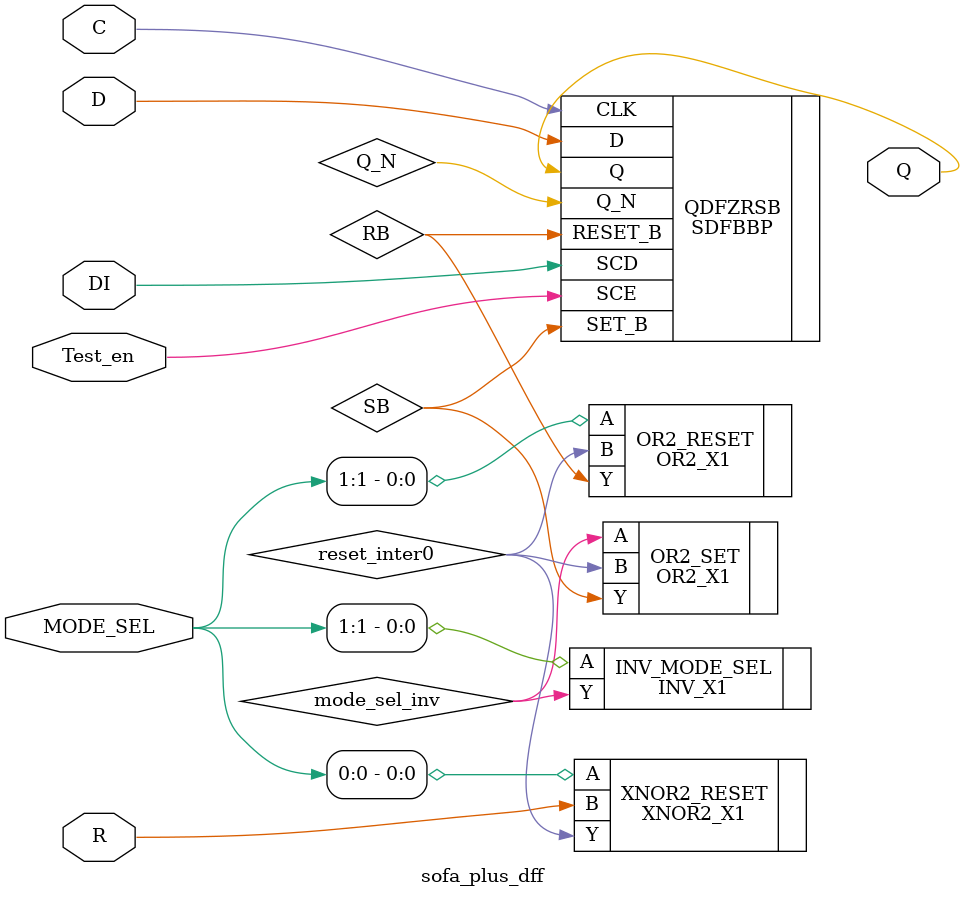
<source format=v>


module sofa_plus_dff
(
  input D,
  input DI,
  input C,
  input Test_en,
  input R,
  input [0:1] MODE_SEL,
  output Q
);

  wire reset_inter0;
  wire mode_sel_inv;
  wire Q_N;

  XNOR2_X1
  XNOR2_RESET
  (
    .A(MODE_SEL[0]),
    .B(R),
    .Y(reset_inter0)
  );


  OR2_X1
  OR2_RESET
  (
    .A(MODE_SEL[1]),
    .B(reset_inter0),
    .Y(RB)
  );


  INV_X1
  INV_MODE_SEL
  (
    .A(MODE_SEL[1]),
    .Y(mode_sel_inv)
  );


  OR2_X1
  OR2_SET
  (
    .A(mode_sel_inv),
    .B(reset_inter0),
    .Y(SB)
  );


  SDFBBP
  QDFZRSB
  (
    .Q(Q),
    .Q_N(Q_N),
    .D(D),
    .SCD(DI),
    .SCE(Test_en),
    .CLK(C),
    .SET_B(SB),
    .RESET_B(RB)
  );


endmodule


</source>
